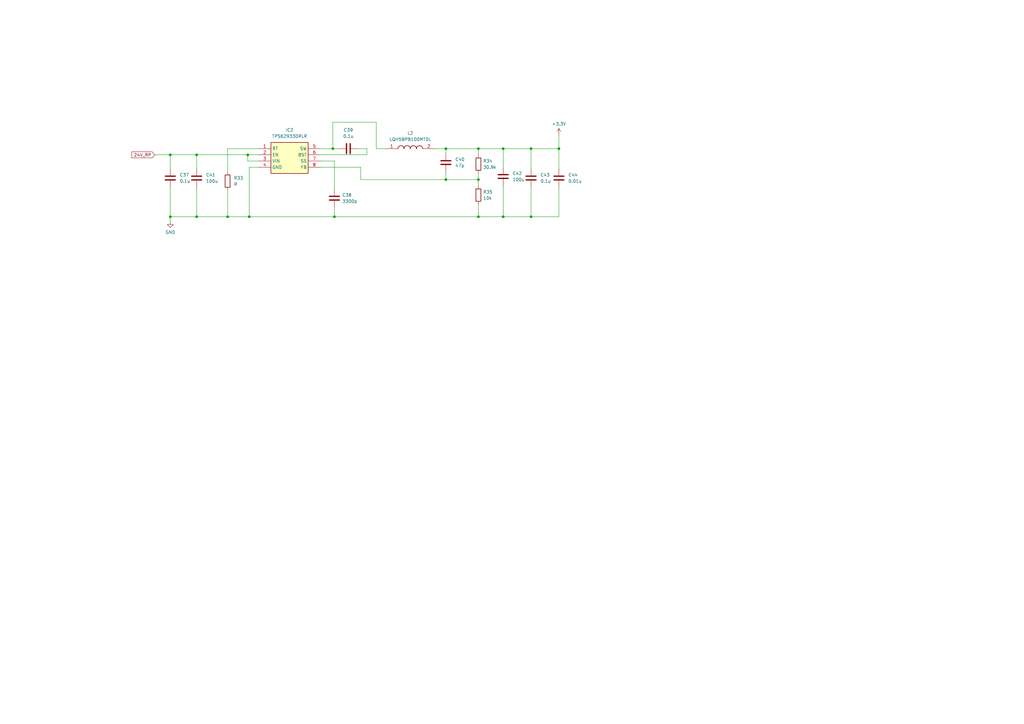
<source format=kicad_sch>
(kicad_sch (version 20230121) (generator eeschema)
  (paper "A3")
  (lib_symbols
    (symbol "Device:C" (pin_numbers hide) (pin_names (offset 0.254))
      (property "Reference" "C" (at 0.635 2.54 0))
      (property "Value" "C" (at 0.635 -2.54 0))
      (symbol "C_0_1"
        (polyline (pts (xy -2.032 -0.762) (xy 2.032 -0.762)) (stroke (width 0.508)))
        (polyline (pts (xy -2.032 0.762) (xy 2.032 0.762)) (stroke (width 0.508)))
      )
      (symbol "C_1_1"
        (pin passive line (at 0 3.81 270) (length 2.794) (name "~") (number "1"))
        (pin passive line (at 0 -3.81 90) (length 2.794) (name "~") (number "2"))
      )
    )
    (symbol "Device:R" (pin_numbers hide) (pin_names (offset 0))
      (property "Reference" "R" (at 2.032 0 90))
      (property "Value" "R" (at 0 0 90))
      (symbol "R_0_1"
        (rectangle (start -1.016 -2.54) (end 1.016 2.54) (stroke (width 0.254)))
      )
      (symbol "R_1_1"
        (pin passive line (at 0 3.81 270) (length 1.27) (name "~") (number "1"))
        (pin passive line (at 0 -3.81 90) (length 1.27) (name "~") (number "2"))
      )
    )
    (symbol "Mouser:LQH5BPB100MT0L" (pin_names hide)
      (property "Reference" "L" (at 16.51 6.35 0))
      (property "Value" "LQH5BPB100MT0L" (at 16.51 3.81 0))
      (symbol "LQH5BPB100MT0L_1_1"
        (arc (start 7.62 0) (mid 6.35 1.219) (end 5.08 0) (stroke (width 0.254)))
        (arc (start 10.16 0) (mid 8.89 1.219) (end 7.62 0) (stroke (width 0.254)))
        (arc (start 12.7 0) (mid 11.43 1.219) (end 10.16 0) (stroke (width 0.254)))
        (arc (start 15.24 0) (mid 13.97 1.219) (end 12.7 0) (stroke (width 0.254)))
        (pin passive line (at 0 0 0) (length 5.08) (name "1") (number "1"))
        (pin passive line (at 20.32 0 180) (length 5.08) (name "2") (number "2"))
      )
    )
    (symbol "Mouser:TPS62933DRLR"
      (property "Reference" "IC" (at 21.59 7.62 0))
      (property "Value" "TPS62933DRLR" (at 21.59 5.08 0))
      (symbol "TPS62933DRLR_1_1"
        (rectangle (start 5.08 2.54) (end 20.32 -10.16) (stroke (width 0.254)) (fill (type background)))
        (pin passive line (at 0 0 0) (length 5.08) (name "RT") (number "1"))
        (pin passive line (at 0 -2.54 0) (length 5.08) (name "EN") (number "2"))
        (pin passive line (at 0 -5.08 0) (length 5.08) (name "VIN") (number "3"))
        (pin passive line (at 0 -7.62 0) (length 5.08) (name "GND") (number "4"))
        (pin passive line (at 25.4 0 180) (length 5.08) (name "SW") (number "5"))
        (pin passive line (at 25.4 -2.54 180) (length 5.08) (name "BST") (number "6"))
        (pin passive line (at 25.4 -5.08 180) (length 5.08) (name "SS") (number "7"))
        (pin passive line (at 25.4 -7.62 180) (length 5.08) (name "FB") (number "8"))
      )
    )
    (symbol "power:+3.3V" (power) (pin_names (offset 0))
      (property "Value" "+3.3V" (at 0 3.556 0))
      (symbol "+3.3V_0_1"
        (polyline (pts (xy -0.762 1.27) (xy 0 2.54)))
        (polyline (pts (xy 0 0) (xy 0 2.54)))
        (polyline (pts (xy 0 2.54) (xy 0.762 1.27)))
      )
      (symbol "+3.3V_1_1"
        (pin power_in line (at 0 0 90) (length 0) hide (name "+3.3V") (number "1"))
      )
    )
    (symbol "power:GND" (power) (pin_names (offset 0))
      (property "Value" "GND" (at 0 -3.81 0))
      (symbol "GND_0_1"
        (polyline (pts (xy 0 0) (xy 0 -1.27) (xy 1.27 -1.27) (xy 0 -2.54) (xy -1.27 -1.27) (xy 0 -1.27)))
      )
      (symbol "GND_1_1"
        (pin power_in line (at 0 0 270) (length 0) hide (name "GND") (number "1"))
      )
    )
  )
  (junction (at 69.85 88.9))
  (junction (at 93.345 88.9))
  (junction (at 102.235 88.9))
  (junction (at 229.235 60.96))
  (junction (at 137.16 88.9))
  (junction (at 206.375 60.96))
  (junction (at 217.805 60.96))
  (junction (at 182.88 73.66))
  (junction (at 196.215 60.96))
  (junction (at 101.6 63.5))
  (junction (at 182.88 60.96))
  (junction (at 217.805 88.9))
  (junction (at 196.215 73.66))
  (junction (at 80.645 63.5))
  (junction (at 80.645 88.9))
  (junction (at 69.85 63.5))
  (junction (at 206.375 88.9))
  (junction (at 136.525 60.96))
  (junction (at 196.215 88.9))
  (wire (pts (xy 80.645 63.5) (xy 80.645 69.215)))
  (wire (pts (xy 131.445 60.96) (xy 136.525 60.96)))
  (wire (pts (xy 217.805 60.96) (xy 206.375 60.96)))
  (wire (pts (xy 63.5 63.5) (xy 69.85 63.5)))
  (wire (pts (xy 182.88 70.485) (xy 182.88 73.66)))
  (wire (pts (xy 217.805 88.9) (xy 206.375 88.9)))
  (wire (pts (xy 80.645 76.835) (xy 80.645 88.9)))
  (wire (pts (xy 93.345 78.105) (xy 93.345 88.9)))
  (wire (pts (xy 217.805 69.215) (xy 217.805 60.96)))
  (wire (pts (xy 182.88 73.66) (xy 196.215 73.66)))
  (wire (pts (xy 131.445 68.58) (xy 147.955 68.58)))
  (wire (pts (xy 137.16 77.47) (xy 137.16 66.04)))
  (wire (pts (xy 196.215 63.5) (xy 196.215 60.96)))
  (wire (pts (xy 69.85 76.835) (xy 69.85 88.9)))
  (wire (pts (xy 229.235 55.245) (xy 229.235 60.96)))
  (wire (pts (xy 196.215 71.12) (xy 196.215 73.66)))
  (wire (pts (xy 80.645 88.9) (xy 93.345 88.9)))
  (wire (pts (xy 102.235 68.58) (xy 102.235 88.9)))
  (wire (pts (xy 196.215 83.82) (xy 196.215 88.9)))
  (wire (pts (xy 93.345 60.96) (xy 93.345 70.485)))
  (wire (pts (xy 182.88 60.96) (xy 178.435 60.96)))
  (wire (pts (xy 69.85 88.9) (xy 80.645 88.9)))
  (wire (pts (xy 69.85 88.9) (xy 69.85 90.805)))
  (wire (pts (xy 229.235 69.215) (xy 229.235 60.96)))
  (wire (pts (xy 69.85 63.5) (xy 80.645 63.5)))
  (wire (pts (xy 229.235 76.835) (xy 229.235 88.9)))
  (wire (pts (xy 69.85 63.5) (xy 69.85 69.215)))
  (wire (pts (xy 196.215 73.66) (xy 196.215 76.2)))
  (wire (pts (xy 206.375 60.96) (xy 196.215 60.96)))
  (wire (pts (xy 217.805 76.835) (xy 217.805 88.9)))
  (wire (pts (xy 147.955 73.66) (xy 182.88 73.66)))
  (wire (pts (xy 101.6 63.5) (xy 106.045 63.5)))
  (wire (pts (xy 182.88 62.865) (xy 182.88 60.96)))
  (wire (pts (xy 137.16 66.04) (xy 131.445 66.04)))
  (wire (pts (xy 146.685 60.96) (xy 150.495 60.96)))
  (wire (pts (xy 229.235 88.9) (xy 217.805 88.9)))
  (wire (pts (xy 137.16 88.9) (xy 102.235 88.9)))
  (wire (pts (xy 229.235 60.96) (xy 217.805 60.96)))
  (wire (pts (xy 158.115 60.96) (xy 154.305 60.96)))
  (wire (pts (xy 196.215 60.96) (xy 182.88 60.96)))
  (wire (pts (xy 206.375 68.58) (xy 206.375 60.96)))
  (wire (pts (xy 106.045 68.58) (xy 102.235 68.58)))
  (wire (pts (xy 106.045 66.04) (xy 101.6 66.04)))
  (wire (pts (xy 136.525 50.165) (xy 136.525 60.96)))
  (wire (pts (xy 136.525 60.96) (xy 139.065 60.96)))
  (wire (pts (xy 101.6 66.04) (xy 101.6 63.5)))
  (wire (pts (xy 150.495 63.5) (xy 150.495 60.96)))
  (wire (pts (xy 106.045 60.96) (xy 93.345 60.96)))
  (wire (pts (xy 206.375 88.9) (xy 196.215 88.9)))
  (wire (pts (xy 137.16 85.09) (xy 137.16 88.9)))
  (wire (pts (xy 196.215 88.9) (xy 137.16 88.9)))
  (wire (pts (xy 154.305 60.96) (xy 154.305 50.165)))
  (wire (pts (xy 93.345 88.9) (xy 102.235 88.9)))
  (wire (pts (xy 147.955 68.58) (xy 147.955 73.66)))
  (wire (pts (xy 154.305 50.165) (xy 136.525 50.165)))
  (wire (pts (xy 131.445 63.5) (xy 150.495 63.5)))
  (wire (pts (xy 206.375 76.2) (xy 206.375 88.9)))
  (wire (pts (xy 80.645 63.5) (xy 101.6 63.5)))
  (global_label "24V_RP" (shape input) (at 63.5 63.5 180) (property "Intersheetrefs" "${INTERSHEET_REFS}" (effects hide)))
  (symbol (lib_id "Mouser:LQH5BPB100MT0L") (at 158.115 60.96 0) (unit 1)
    (property "Reference" "L2" (at 168.275 54.61 0))
    (property "Value" "LQH5BPB100MT0L" (at 168.275 57.15 0))
    (property "Footprint" "LQH5BPB100MT0L" (effects hide))
    (property "Datasheet" "https://psearch.en.murata.com/inductor/product/LQH5BPB100MT0%23.html" (effects hide))
    (property "Height" "2.2" (effects hide))
    (property "Mouser Part Number" "81-LQH5BPB100MT0L" (effects hide))
    (property "Mouser Price/Stock" "https://www.mouser.co.uk/ProductDetail/Murata-Electronics/LQH5BPB100MT0L?qs=hNud%2FORuBR2eSUAobsF5Ww%3D%3D" (effects hide))
    (property "Manufacturer_Name" "Murata Electronics" (effects hide))
    (property "Manufacturer_Part_Number" "LQH5BPB100MT0L" (effects hide))
  )
  (symbol (lib_id "power:+3.3V") (at 229.235 55.245 0) (unit 1)
    (property "Reference" "#PWR045" (effects hide))
    (property "Value" "+3.3V" (at 229.235 50.8 0))
  )
  (symbol (lib_id "Device:R") (at 93.345 74.295 0) (unit 1)
    (property "Reference" "R33" (at 95.885 73.025 0) (effects (justify left)))
    (property "Value" "R" (at 95.885 75.565 0) (effects (justify left)))
    (property "Footprint" "Resistor_SMD:R_0603_1608Metric_Pad0.98x0.95mm_HandSolder" (effects hide))
  )
  (symbol (lib_id "Mouser:TPS62933DRLR") (at 106.045 60.96 0) (unit 1)
    (property "Reference" "IC2" (at 118.745 53.34 0))
    (property "Value" "TPS62933DRLR" (at 118.745 55.88 0))
    (property "Footprint" "SOTFL50P160X60-8N" (effects hide))
    (property "Datasheet" "https://www.ti.com/lit/ds/symlink/tps62933.pdf?ts=1626073394234" (effects hide))
    (property "Height" "0.6" (effects hide))
    (property "Mouser Part Number" "595-TPS62933DRLR" (effects hide))
    (property "Mouser Price/Stock" "https://www.mouser.co.uk/ProductDetail/Texas-Instruments/TPS62933DRLR?qs=Rp5uXu7WBW9fv47wfQVntQ%3D%3D" (effects hide))
    (property "Manufacturer_Name" "Texas Instruments" (effects hide))
    (property "Manufacturer_Part_Number" "TPS62933DRLR" (effects hide))
  )
  (symbol (lib_id "Device:C") (at 217.805 73.025 0) (unit 1)
    (property "Reference" "C43" (at 221.615 71.755 0) (effects (justify left)))
    (property "Value" "0.1u" (at 221.615 74.295 0) (effects (justify left)))
    (property "Footprint" "Capacitor_SMD:C_0603_1608Metric_Pad1.08x0.95mm_HandSolder" (effects hide))
  )
  (symbol (lib_id "power:GND") (at 69.85 90.805 0) (unit 1)
    (property "Reference" "#PWR044" (effects hide))
    (property "Value" "GND" (at 69.85 95.25 0))
  )
  (symbol (lib_id "Device:C") (at 182.88 66.675 0) (unit 1)
    (property "Reference" "C40" (at 186.69 65.405 0) (effects (justify left)))
    (property "Value" "47p" (at 186.69 67.945 0) (effects (justify left)))
    (property "Footprint" "Capacitor_SMD:C_0402_1005Metric_Pad0.74x0.62mm_HandSolder" (effects hide))
  )
  (symbol (lib_id "Device:C") (at 206.375 72.39 0) (unit 1)
    (property "Reference" "C42" (at 210.185 71.12 0) (effects (justify left)))
    (property "Value" "100u" (at 210.185 73.66 0) (effects (justify left)))
    (property "Footprint" "Capacitor_SMD:C_Elec_8x10.2" (effects hide))
  )
  (symbol (lib_id "Device:R") (at 196.215 67.31 0) (unit 1)
    (property "Reference" "R34" (at 198.12 66.04 0) (effects (justify left)))
    (property "Value" "30.9k" (at 198.12 68.58 0) (effects (justify left)))
    (property "Footprint" "Resistor_SMD:R_0603_1608Metric_Pad0.98x0.95mm_HandSolder" (effects hide))
  )
  (symbol (lib_id "Device:C") (at 142.875 60.96 90) (unit 1)
    (property "Reference" "C39" (at 142.875 53.34 90))
    (property "Value" "0.1u" (at 142.875 55.88 90))
    (property "Footprint" "Capacitor_SMD:C_0603_1608Metric_Pad1.08x0.95mm_HandSolder" (effects hide))
  )
  (symbol (lib_id "Device:C") (at 137.16 81.28 0) (unit 1)
    (property "Reference" "C38" (at 140.335 80.01 0) (effects (justify left)))
    (property "Value" "3300p" (at 140.335 82.55 0) (effects (justify left)))
    (property "Footprint" "Capacitor_SMD:C_0402_1005Metric_Pad0.74x0.62mm_HandSolder" (effects hide))
  )
  (symbol (lib_id "Device:C") (at 229.235 73.025 0) (unit 1)
    (property "Reference" "C44" (at 233.045 71.755 0) (effects (justify left)))
    (property "Value" "0.01u" (at 233.045 74.295 0) (effects (justify left)))
    (property "Footprint" "Capacitor_SMD:C_0603_1608Metric_Pad1.08x0.95mm_HandSolder" (effects hide))
  )
  (symbol (lib_id "Device:C") (at 69.85 73.025 0) (unit 1)
    (property "Reference" "C37" (at 73.66 71.755 0) (effects (justify left)))
    (property "Value" "0.1u" (at 73.66 74.295 0) (effects (justify left)))
    (property "Footprint" "Capacitor_SMD:C_0603_1608Metric_Pad1.08x0.95mm_HandSolder" (effects hide))
  )
  (symbol (lib_id "Device:R") (at 196.215 80.01 0) (unit 1)
    (property "Reference" "R35" (at 198.12 78.74 0) (effects (justify left)))
    (property "Value" "10k" (at 198.12 81.28 0) (effects (justify left)))
    (property "Footprint" "Resistor_SMD:R_0603_1608Metric_Pad0.98x0.95mm_HandSolder" (effects hide))
  )
  (symbol (lib_id "Device:C") (at 80.645 73.025 0) (unit 1)
    (property "Reference" "C41" (at 84.455 71.755 0) (effects (justify left)))
    (property "Value" "100u" (at 84.455 74.295 0) (effects (justify left)))
    (property "Footprint" "Capacitor_SMD:C_Elec_8x10.2" (effects hide))
  )
)
</source>
